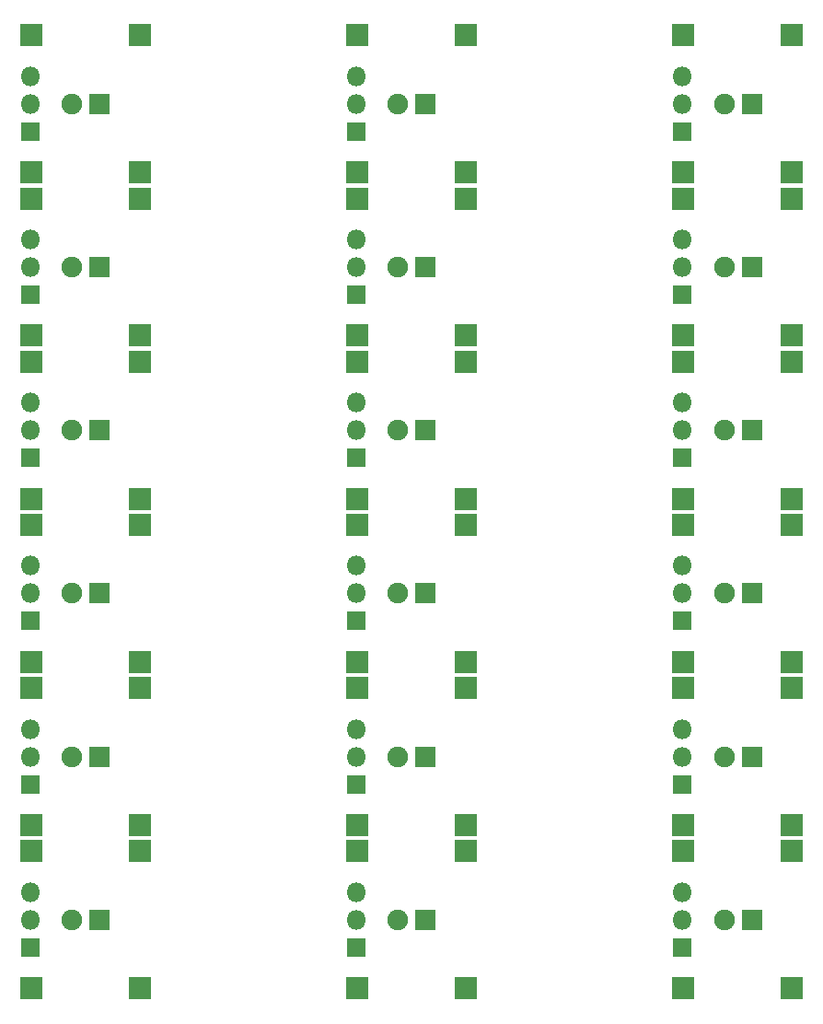
<source format=gbr>
%TF.GenerationSoftware,KiCad,Pcbnew,5.1.6-c6e7f7d~87~ubuntu18.04.1*%
%TF.CreationDate,2020-08-12T19:32:08-03:00*%
%TF.ProjectId,irStrip_v1_panel,69725374-7269-4705-9f76-315f70616e65,Rev. 1.0.1*%
%TF.SameCoordinates,Original*%
%TF.FileFunction,Soldermask,Top*%
%TF.FilePolarity,Negative*%
%FSLAX46Y46*%
G04 Gerber Fmt 4.6, Leading zero omitted, Abs format (unit mm)*
G04 Created by KiCad (PCBNEW 5.1.6-c6e7f7d~87~ubuntu18.04.1) date 2020-08-12 19:32:08*
%MOMM*%
%LPD*%
G01*
G04 APERTURE LIST*
%ADD10R,2.100000X2.100000*%
%ADD11R,1.800000X1.800000*%
%ADD12O,1.800000X1.800000*%
%ADD13R,1.900000X1.900000*%
%ADD14C,1.900000*%
G04 APERTURE END LIST*
D10*
%TO.C,J4*%
X182000000Y-132200000D03*
%TD*%
%TO.C,J4*%
X182000000Y-102200000D03*
%TD*%
%TO.C,J4*%
X182000000Y-117200000D03*
%TD*%
%TO.C,J5*%
X182000000Y-144800000D03*
%TD*%
D11*
%TO.C,J1*%
X171900000Y-141040000D03*
D12*
X171900000Y-138500000D03*
X171900000Y-135960000D03*
%TD*%
D13*
%TO.C,D1*%
X178280000Y-138500000D03*
D14*
X175740000Y-138500000D03*
%TD*%
D10*
%TO.C,J3*%
X172000000Y-144800000D03*
%TD*%
%TO.C,J2*%
X172000000Y-132200000D03*
%TD*%
%TO.C,J2*%
X172000000Y-117200000D03*
%TD*%
%TO.C,J5*%
X182000000Y-129800000D03*
%TD*%
D11*
%TO.C,J1*%
X171900000Y-126040000D03*
D12*
X171900000Y-123500000D03*
X171900000Y-120960000D03*
%TD*%
D13*
%TO.C,D1*%
X178280000Y-123500000D03*
D14*
X175740000Y-123500000D03*
%TD*%
D10*
%TO.C,J3*%
X172000000Y-129800000D03*
%TD*%
D11*
%TO.C,J1*%
X171900000Y-111040000D03*
D12*
X171900000Y-108500000D03*
X171900000Y-105960000D03*
%TD*%
D10*
%TO.C,J3*%
X172000000Y-114800000D03*
%TD*%
%TO.C,J4*%
X182000000Y-87200000D03*
%TD*%
D13*
%TO.C,D1*%
X178280000Y-108500000D03*
D14*
X175740000Y-108500000D03*
%TD*%
D10*
%TO.C,J5*%
X182000000Y-114800000D03*
%TD*%
%TO.C,J2*%
X172000000Y-102200000D03*
%TD*%
D11*
%TO.C,J1*%
X171900000Y-96040000D03*
D12*
X171900000Y-93500000D03*
X171900000Y-90960000D03*
%TD*%
D10*
%TO.C,J2*%
X172000000Y-87200000D03*
%TD*%
D13*
%TO.C,D1*%
X178280000Y-93500000D03*
D14*
X175740000Y-93500000D03*
%TD*%
D10*
%TO.C,J5*%
X182000000Y-99800000D03*
%TD*%
%TO.C,J3*%
X172000000Y-99800000D03*
%TD*%
%TO.C,J4*%
X182000000Y-72200000D03*
%TD*%
%TO.C,J4*%
X182000000Y-57200000D03*
%TD*%
%TO.C,J2*%
X172000000Y-57200000D03*
%TD*%
%TO.C,J3*%
X172000000Y-84800000D03*
%TD*%
%TO.C,J5*%
X182000000Y-69800000D03*
%TD*%
D12*
%TO.C,J1*%
X171900000Y-60960000D03*
X171900000Y-63500000D03*
D11*
X171900000Y-66040000D03*
%TD*%
D14*
%TO.C,D1*%
X175740000Y-63500000D03*
D13*
X178280000Y-63500000D03*
%TD*%
D10*
%TO.C,J3*%
X172000000Y-69800000D03*
%TD*%
%TO.C,J5*%
X182000000Y-84800000D03*
%TD*%
D11*
%TO.C,J1*%
X171900000Y-81040000D03*
D12*
X171900000Y-78500000D03*
X171900000Y-75960000D03*
%TD*%
D13*
%TO.C,D1*%
X178280000Y-78500000D03*
D14*
X175740000Y-78500000D03*
%TD*%
D10*
%TO.C,J2*%
X172000000Y-72200000D03*
%TD*%
%TO.C,J4*%
X152000000Y-132200000D03*
%TD*%
%TO.C,J4*%
X152000000Y-102200000D03*
%TD*%
%TO.C,J4*%
X152000000Y-117200000D03*
%TD*%
%TO.C,J5*%
X152000000Y-144800000D03*
%TD*%
D11*
%TO.C,J1*%
X141900000Y-141040000D03*
D12*
X141900000Y-138500000D03*
X141900000Y-135960000D03*
%TD*%
D13*
%TO.C,D1*%
X148280000Y-138500000D03*
D14*
X145740000Y-138500000D03*
%TD*%
D10*
%TO.C,J3*%
X142000000Y-144800000D03*
%TD*%
%TO.C,J2*%
X142000000Y-132200000D03*
%TD*%
%TO.C,J2*%
X142000000Y-117200000D03*
%TD*%
%TO.C,J5*%
X152000000Y-129800000D03*
%TD*%
D11*
%TO.C,J1*%
X141900000Y-126040000D03*
D12*
X141900000Y-123500000D03*
X141900000Y-120960000D03*
%TD*%
D13*
%TO.C,D1*%
X148280000Y-123500000D03*
D14*
X145740000Y-123500000D03*
%TD*%
D10*
%TO.C,J3*%
X142000000Y-129800000D03*
%TD*%
D11*
%TO.C,J1*%
X141900000Y-111040000D03*
D12*
X141900000Y-108500000D03*
X141900000Y-105960000D03*
%TD*%
D10*
%TO.C,J3*%
X142000000Y-114800000D03*
%TD*%
%TO.C,J4*%
X152000000Y-87200000D03*
%TD*%
D13*
%TO.C,D1*%
X148280000Y-108500000D03*
D14*
X145740000Y-108500000D03*
%TD*%
D10*
%TO.C,J5*%
X152000000Y-114800000D03*
%TD*%
%TO.C,J2*%
X142000000Y-102200000D03*
%TD*%
D11*
%TO.C,J1*%
X141900000Y-96040000D03*
D12*
X141900000Y-93500000D03*
X141900000Y-90960000D03*
%TD*%
D10*
%TO.C,J2*%
X142000000Y-87200000D03*
%TD*%
D13*
%TO.C,D1*%
X148280000Y-93500000D03*
D14*
X145740000Y-93500000D03*
%TD*%
D10*
%TO.C,J5*%
X152000000Y-99800000D03*
%TD*%
%TO.C,J3*%
X142000000Y-99800000D03*
%TD*%
%TO.C,J4*%
X152000000Y-72200000D03*
%TD*%
%TO.C,J4*%
X152000000Y-57200000D03*
%TD*%
%TO.C,J2*%
X142000000Y-57200000D03*
%TD*%
%TO.C,J3*%
X142000000Y-84800000D03*
%TD*%
%TO.C,J5*%
X152000000Y-69800000D03*
%TD*%
D12*
%TO.C,J1*%
X141900000Y-60960000D03*
X141900000Y-63500000D03*
D11*
X141900000Y-66040000D03*
%TD*%
D14*
%TO.C,D1*%
X145740000Y-63500000D03*
D13*
X148280000Y-63500000D03*
%TD*%
D10*
%TO.C,J3*%
X142000000Y-69800000D03*
%TD*%
%TO.C,J5*%
X152000000Y-84800000D03*
%TD*%
D11*
%TO.C,J1*%
X141900000Y-81040000D03*
D12*
X141900000Y-78500000D03*
X141900000Y-75960000D03*
%TD*%
D13*
%TO.C,D1*%
X148280000Y-78500000D03*
D14*
X145740000Y-78500000D03*
%TD*%
D10*
%TO.C,J2*%
X142000000Y-72200000D03*
%TD*%
%TO.C,J4*%
X122000000Y-132200000D03*
%TD*%
%TO.C,J2*%
X112000000Y-132200000D03*
%TD*%
%TO.C,J5*%
X122000000Y-144800000D03*
%TD*%
D12*
%TO.C,J1*%
X111900000Y-135960000D03*
X111900000Y-138500000D03*
D11*
X111900000Y-141040000D03*
%TD*%
D14*
%TO.C,D1*%
X115740000Y-138500000D03*
D13*
X118280000Y-138500000D03*
%TD*%
D10*
%TO.C,J3*%
X112000000Y-144800000D03*
%TD*%
%TO.C,J4*%
X122000000Y-117200000D03*
%TD*%
%TO.C,J2*%
X112000000Y-117200000D03*
%TD*%
%TO.C,J5*%
X122000000Y-129800000D03*
%TD*%
D12*
%TO.C,J1*%
X111900000Y-120960000D03*
X111900000Y-123500000D03*
D11*
X111900000Y-126040000D03*
%TD*%
D14*
%TO.C,D1*%
X115740000Y-123500000D03*
D13*
X118280000Y-123500000D03*
%TD*%
D10*
%TO.C,J3*%
X112000000Y-129800000D03*
%TD*%
%TO.C,J4*%
X122000000Y-102200000D03*
%TD*%
%TO.C,J2*%
X112000000Y-102200000D03*
%TD*%
%TO.C,J5*%
X122000000Y-114800000D03*
%TD*%
D12*
%TO.C,J1*%
X111900000Y-105960000D03*
X111900000Y-108500000D03*
D11*
X111900000Y-111040000D03*
%TD*%
D14*
%TO.C,D1*%
X115740000Y-108500000D03*
D13*
X118280000Y-108500000D03*
%TD*%
D10*
%TO.C,J3*%
X112000000Y-114800000D03*
%TD*%
%TO.C,J4*%
X122000000Y-87200000D03*
%TD*%
%TO.C,J2*%
X112000000Y-87200000D03*
%TD*%
%TO.C,J5*%
X122000000Y-99800000D03*
%TD*%
D12*
%TO.C,J1*%
X111900000Y-90960000D03*
X111900000Y-93500000D03*
D11*
X111900000Y-96040000D03*
%TD*%
D14*
%TO.C,D1*%
X115740000Y-93500000D03*
D13*
X118280000Y-93500000D03*
%TD*%
D10*
%TO.C,J3*%
X112000000Y-99800000D03*
%TD*%
%TO.C,J4*%
X122000000Y-72200000D03*
%TD*%
%TO.C,J2*%
X112000000Y-72200000D03*
%TD*%
%TO.C,J5*%
X122000000Y-84800000D03*
%TD*%
D12*
%TO.C,J1*%
X111900000Y-75960000D03*
X111900000Y-78500000D03*
D11*
X111900000Y-81040000D03*
%TD*%
D14*
%TO.C,D1*%
X115740000Y-78500000D03*
D13*
X118280000Y-78500000D03*
%TD*%
D10*
%TO.C,J3*%
X112000000Y-84800000D03*
%TD*%
D13*
%TO.C,D1*%
X118280000Y-63500000D03*
D14*
X115740000Y-63500000D03*
%TD*%
D11*
%TO.C,J1*%
X111900000Y-66040000D03*
D12*
X111900000Y-63500000D03*
X111900000Y-60960000D03*
%TD*%
D10*
%TO.C,J2*%
X112000000Y-57200000D03*
%TD*%
%TO.C,J3*%
X112000000Y-69800000D03*
%TD*%
%TO.C,J4*%
X122000000Y-57200000D03*
%TD*%
%TO.C,J5*%
X122000000Y-69800000D03*
%TD*%
M02*

</source>
